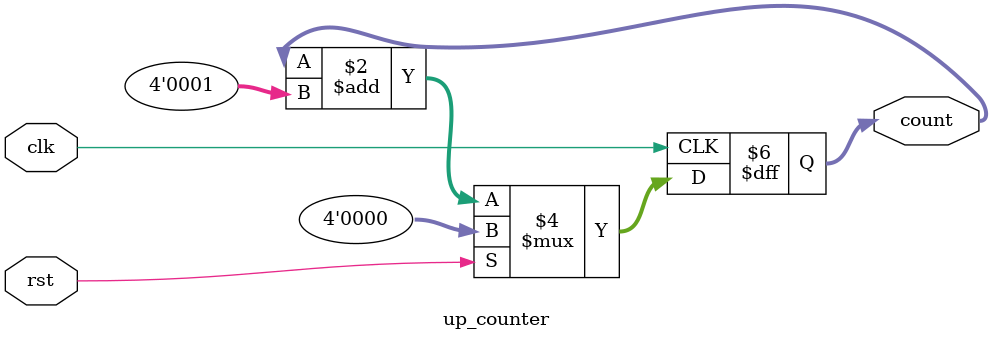
<source format=v>
`timescale 1ns / 1ps
module up_counter(
    input clk,rst,
    output reg [3:0] count
    );

	always @(posedge clk)
		begin
			if(rst)
				count =4'b0000;
			else
				count = count+4'b0001;
		end

endmodule

</source>
